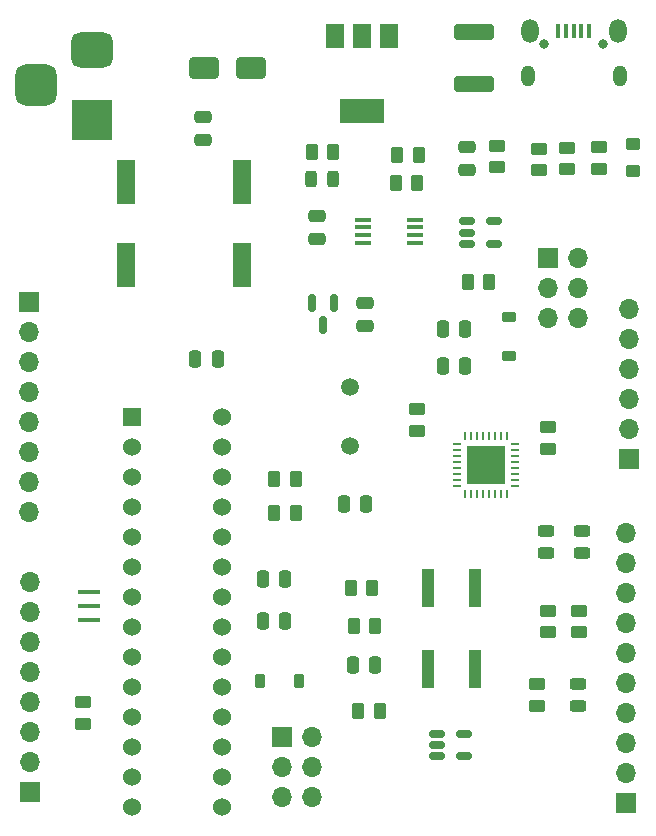
<source format=gbr>
%TF.GenerationSoftware,KiCad,Pcbnew,7.0.6*%
%TF.CreationDate,2024-03-19T20:52:53+13:00*%
%TF.ProjectId,Arduino Uno R3,41726475-696e-46f2-9055-6e6f2052332e,rev?*%
%TF.SameCoordinates,Original*%
%TF.FileFunction,Soldermask,Top*%
%TF.FilePolarity,Negative*%
%FSLAX46Y46*%
G04 Gerber Fmt 4.6, Leading zero omitted, Abs format (unit mm)*
G04 Created by KiCad (PCBNEW 7.0.6) date 2024-03-19 20:52:53*
%MOMM*%
%LPD*%
G01*
G04 APERTURE LIST*
G04 Aperture macros list*
%AMRoundRect*
0 Rectangle with rounded corners*
0 $1 Rounding radius*
0 $2 $3 $4 $5 $6 $7 $8 $9 X,Y pos of 4 corners*
0 Add a 4 corners polygon primitive as box body*
4,1,4,$2,$3,$4,$5,$6,$7,$8,$9,$2,$3,0*
0 Add four circle primitives for the rounded corners*
1,1,$1+$1,$2,$3*
1,1,$1+$1,$4,$5*
1,1,$1+$1,$6,$7*
1,1,$1+$1,$8,$9*
0 Add four rect primitives between the rounded corners*
20,1,$1+$1,$2,$3,$4,$5,0*
20,1,$1+$1,$4,$5,$6,$7,0*
20,1,$1+$1,$6,$7,$8,$9,0*
20,1,$1+$1,$8,$9,$2,$3,0*%
G04 Aperture macros list end*
%ADD10R,1.905000X0.406400*%
%ADD11RoundRect,0.250000X-0.450000X0.262500X-0.450000X-0.262500X0.450000X-0.262500X0.450000X0.262500X0*%
%ADD12RoundRect,0.150000X-0.150000X0.587500X-0.150000X-0.587500X0.150000X-0.587500X0.150000X0.587500X0*%
%ADD13C,1.500000*%
%ADD14R,1.524000X1.524000*%
%ADD15C,1.524000*%
%ADD16R,0.799999X0.250000*%
%ADD17R,0.250000X0.799999*%
%ADD18R,3.250001X3.250001*%
%ADD19RoundRect,0.150000X-0.512500X-0.150000X0.512500X-0.150000X0.512500X0.150000X-0.512500X0.150000X0*%
%ADD20R,1.500000X2.000000*%
%ADD21R,3.800000X2.000000*%
%ADD22R,0.990600X3.200400*%
%ADD23RoundRect,0.250000X0.262500X0.450000X-0.262500X0.450000X-0.262500X-0.450000X0.262500X-0.450000X0*%
%ADD24RoundRect,0.250000X-0.262500X-0.450000X0.262500X-0.450000X0.262500X0.450000X-0.262500X0.450000X0*%
%ADD25RoundRect,0.250000X0.450000X-0.262500X0.450000X0.262500X-0.450000X0.262500X-0.450000X-0.262500X0*%
%ADD26R,1.700000X1.700000*%
%ADD27O,1.700000X1.700000*%
%ADD28O,1.150000X1.800000*%
%ADD29O,1.450000X2.000000*%
%ADD30R,0.450000X1.300000*%
%ADD31O,0.800000X0.800000*%
%ADD32RoundRect,0.875000X-0.875000X0.875000X-0.875000X-0.875000X0.875000X-0.875000X0.875000X0.875000X0*%
%ADD33RoundRect,0.750000X-1.000000X0.750000X-1.000000X-0.750000X1.000000X-0.750000X1.000000X0.750000X0*%
%ADD34R,3.500000X3.500000*%
%ADD35R,1.327899X0.431000*%
%ADD36RoundRect,0.250000X0.350000X-0.275000X0.350000X0.275000X-0.350000X0.275000X-0.350000X-0.275000X0*%
%ADD37RoundRect,0.250000X-1.450000X0.400000X-1.450000X-0.400000X1.450000X-0.400000X1.450000X0.400000X0*%
%ADD38RoundRect,0.225000X0.225000X0.375000X-0.225000X0.375000X-0.225000X-0.375000X0.225000X-0.375000X0*%
%ADD39RoundRect,0.243750X-0.456250X0.243750X-0.456250X-0.243750X0.456250X-0.243750X0.456250X0.243750X0*%
%ADD40RoundRect,0.225000X-0.375000X0.225000X-0.375000X-0.225000X0.375000X-0.225000X0.375000X0.225000X0*%
%ADD41RoundRect,0.243750X-0.243750X-0.456250X0.243750X-0.456250X0.243750X0.456250X-0.243750X0.456250X0*%
%ADD42RoundRect,0.250000X1.000000X0.650000X-1.000000X0.650000X-1.000000X-0.650000X1.000000X-0.650000X0*%
%ADD43RoundRect,0.250000X-0.250000X-0.475000X0.250000X-0.475000X0.250000X0.475000X-0.250000X0.475000X0*%
%ADD44RoundRect,0.250000X0.250000X0.475000X-0.250000X0.475000X-0.250000X-0.475000X0.250000X-0.475000X0*%
%ADD45RoundRect,0.250000X0.475000X-0.250000X0.475000X0.250000X-0.475000X0.250000X-0.475000X-0.250000X0*%
%ADD46RoundRect,0.250000X-0.475000X0.250000X-0.475000X-0.250000X0.475000X-0.250000X0.475000X0.250000X0*%
%ADD47R,1.492199X3.752799*%
G04 APERTURE END LIST*
D10*
%TO.C,Y2*%
X140335000Y-95180000D03*
X140335000Y-93980000D03*
X140335000Y-92780000D03*
%TD*%
D11*
%TO.C,R8*%
X179197000Y-78820000D03*
X179197000Y-80645000D03*
%TD*%
D12*
%TO.C,Q1*%
X161097000Y-68277500D03*
X159197000Y-68277500D03*
X160147000Y-70152500D03*
%TD*%
D13*
%TO.C,Y3*%
X162433000Y-80438000D03*
X162433000Y-75438000D03*
%TD*%
D14*
%TO.C,U7*%
X144018000Y-77978000D03*
D15*
X144018000Y-80518000D03*
X144018000Y-83058000D03*
X144018000Y-85598000D03*
X144018000Y-88138000D03*
X144018000Y-90678000D03*
X144018000Y-93218000D03*
X144018000Y-95758000D03*
X144018000Y-98298000D03*
X144018000Y-100838000D03*
X144018000Y-103378000D03*
X144018000Y-105918000D03*
X144018000Y-108458000D03*
X144018000Y-110998000D03*
X151638000Y-110998000D03*
X151638000Y-108458000D03*
X151638000Y-105918000D03*
X151638000Y-103378000D03*
X151638000Y-100838000D03*
X151638000Y-98298000D03*
X151638000Y-95758000D03*
X151638000Y-93218000D03*
X151638000Y-90678000D03*
X151638000Y-88138000D03*
X151638000Y-85598000D03*
X151638000Y-83058000D03*
X151638000Y-80518000D03*
X151638000Y-77978000D03*
%TD*%
D16*
%TO.C,U5*%
X171503000Y-80272001D03*
X171503000Y-80772000D03*
X171503000Y-81271999D03*
X171503000Y-81772000D03*
X171503000Y-82272000D03*
X171503000Y-82772001D03*
X171503000Y-83272000D03*
X171503000Y-83771999D03*
D17*
X172203001Y-84472000D03*
X172703000Y-84472000D03*
X173202999Y-84472000D03*
X173703000Y-84472000D03*
X174203000Y-84472000D03*
X174703001Y-84472000D03*
X175203000Y-84472000D03*
X175702999Y-84472000D03*
D16*
X176403000Y-83771999D03*
X176403000Y-83272000D03*
X176403000Y-82772001D03*
X176403000Y-82272000D03*
X176403000Y-81772000D03*
X176403000Y-81271999D03*
X176403000Y-80772000D03*
X176403000Y-80272001D03*
D17*
X175702999Y-79572000D03*
X175203000Y-79572000D03*
X174703001Y-79572000D03*
X174203000Y-79572000D03*
X173703000Y-79572000D03*
X173202999Y-79572000D03*
X172703000Y-79572000D03*
X172203001Y-79572000D03*
D18*
X173953000Y-82022000D03*
%TD*%
D19*
%TO.C,U4*%
X172344500Y-61407000D03*
X172344500Y-62357000D03*
X172344500Y-63307000D03*
X174619500Y-63307000D03*
X174619500Y-61407000D03*
%TD*%
%TO.C,U2*%
X172079500Y-104775000D03*
X172079500Y-106675000D03*
X169804500Y-106675000D03*
X169804500Y-105725000D03*
X169804500Y-104775000D03*
%TD*%
D20*
%TO.C,U1*%
X165774000Y-45745000D03*
D21*
X163474000Y-52045000D03*
D20*
X163474000Y-45745000D03*
X161174000Y-45745000D03*
%TD*%
D22*
%TO.C,S1*%
X173069001Y-92485002D03*
X169068999Y-92485002D03*
X169068999Y-99284998D03*
X173069001Y-99284998D03*
%TD*%
D11*
%TO.C,RV2*%
X180848000Y-55165000D03*
X180848000Y-56990000D03*
%TD*%
%TO.C,RV1*%
X178435000Y-55245000D03*
X178435000Y-57070000D03*
%TD*%
D23*
%TO.C,R17*%
X157861000Y-86135000D03*
X156036000Y-86135000D03*
%TD*%
%TO.C,R16*%
X157861000Y-83185000D03*
X156036000Y-83185000D03*
%TD*%
D24*
%TO.C,R15*%
X162513000Y-92456000D03*
X164338000Y-92456000D03*
%TD*%
%TO.C,R14*%
X162767000Y-95631000D03*
X164592000Y-95631000D03*
%TD*%
%TO.C,R13*%
X163148000Y-102870000D03*
X164973000Y-102870000D03*
%TD*%
D25*
%TO.C,R12*%
X139827000Y-103933000D03*
X139827000Y-102108000D03*
%TD*%
%TO.C,R11*%
X168124500Y-79144500D03*
X168124500Y-77319500D03*
%TD*%
%TO.C,R10*%
X179197000Y-96186000D03*
X179197000Y-94361000D03*
%TD*%
%TO.C,R9*%
X181864000Y-96186000D03*
X181864000Y-94361000D03*
%TD*%
D24*
%TO.C,R7*%
X172419000Y-66548000D03*
X174244000Y-66548000D03*
%TD*%
D11*
%TO.C,R6*%
X174879000Y-54991000D03*
X174879000Y-56816000D03*
%TD*%
%TO.C,R5*%
X183515000Y-55118000D03*
X183515000Y-56943000D03*
%TD*%
%TO.C,R4*%
X178308000Y-100584000D03*
X178308000Y-102409000D03*
%TD*%
D23*
%TO.C,R3*%
X168148000Y-58166000D03*
X166323000Y-58166000D03*
%TD*%
D24*
%TO.C,R2*%
X166450000Y-55753000D03*
X168275000Y-55753000D03*
%TD*%
%TO.C,R1*%
X159211000Y-55499000D03*
X161036000Y-55499000D03*
%TD*%
D26*
%TO.C,J8*%
X135382000Y-109728000D03*
D27*
X135382000Y-107188000D03*
X135382000Y-104648000D03*
X135382000Y-102108000D03*
X135382000Y-99568000D03*
X135382000Y-97028000D03*
X135382000Y-94488000D03*
X135382000Y-91948000D03*
%TD*%
%TO.C,J7*%
X185801000Y-87757000D03*
X185801000Y-90297000D03*
X185801000Y-92837000D03*
X185801000Y-95377000D03*
X185801000Y-97917000D03*
X185801000Y-100457000D03*
X185801000Y-102997000D03*
X185801000Y-105537000D03*
X185801000Y-108077000D03*
D26*
X185801000Y-110617000D03*
%TD*%
%TO.C,J6*%
X186055000Y-81534000D03*
D27*
X186055000Y-78994000D03*
X186055000Y-76454000D03*
X186055000Y-73914000D03*
X186055000Y-71374000D03*
X186055000Y-68834000D03*
%TD*%
D26*
%TO.C,J5*%
X135255000Y-68199000D03*
D27*
X135255000Y-70739000D03*
X135255000Y-73279000D03*
X135255000Y-75819000D03*
X135255000Y-78359000D03*
X135255000Y-80899000D03*
X135255000Y-83439000D03*
X135255000Y-85979000D03*
%TD*%
D26*
%TO.C,J4*%
X156718000Y-105029000D03*
D27*
X159258000Y-105029000D03*
X156718000Y-107569000D03*
X159258000Y-107569000D03*
X156718000Y-110109000D03*
X159258000Y-110109000D03*
%TD*%
D26*
%TO.C,J3*%
X179197000Y-64516000D03*
D27*
X181737000Y-64516000D03*
X179197000Y-67056000D03*
X181737000Y-67056000D03*
X179197000Y-69596000D03*
X181737000Y-69596000D03*
%TD*%
D28*
%TO.C,J2*%
X185271000Y-49105000D03*
X177521000Y-49105000D03*
D29*
X185121000Y-45305000D03*
X177671000Y-45305000D03*
D30*
X182696000Y-45255000D03*
X182046000Y-45255000D03*
X181396000Y-45255000D03*
X180746000Y-45255000D03*
X180096000Y-45255000D03*
D31*
X183896000Y-46355000D03*
X178896000Y-46355000D03*
%TD*%
D32*
%TO.C,J1*%
X135889000Y-49863000D03*
D33*
X140589000Y-46863000D03*
D34*
X140589000Y-52863000D03*
%TD*%
D35*
%TO.C,IC1*%
X167948348Y-63204999D03*
X167948348Y-62555001D03*
X167948348Y-61904999D03*
X167948348Y-61255001D03*
X163521652Y-61255001D03*
X163521652Y-61904999D03*
X163521652Y-62555001D03*
X163521652Y-63204999D03*
%TD*%
D36*
%TO.C,FB1*%
X186436000Y-57164000D03*
X186436000Y-54864000D03*
%TD*%
D37*
%TO.C,F2*%
X172974000Y-45339000D03*
X172974000Y-49789000D03*
%TD*%
D38*
%TO.C,D8*%
X158114000Y-100330000D03*
X154814000Y-100330000D03*
%TD*%
D39*
%TO.C,D6*%
X179070000Y-87630000D03*
X179070000Y-89505000D03*
%TD*%
%TO.C,D5*%
X182118000Y-87630000D03*
X182118000Y-89505000D03*
%TD*%
D40*
%TO.C,D4*%
X175895000Y-69469000D03*
X175895000Y-72769000D03*
%TD*%
D39*
%TO.C,D3*%
X181737000Y-100584000D03*
X181737000Y-102459000D03*
%TD*%
D41*
%TO.C,D2*%
X159161000Y-57785000D03*
X161036000Y-57785000D03*
%TD*%
D42*
%TO.C,D1*%
X154051000Y-48387000D03*
X150051000Y-48387000D03*
%TD*%
D43*
%TO.C,C13*%
X155067000Y-95250000D03*
X156967000Y-95250000D03*
%TD*%
%TO.C,C12*%
X162692000Y-98933000D03*
X164592000Y-98933000D03*
%TD*%
%TO.C,C11*%
X155072000Y-91694000D03*
X156972000Y-91694000D03*
%TD*%
D44*
%TO.C,C10*%
X151257000Y-73025000D03*
X149357000Y-73025000D03*
%TD*%
D43*
%TO.C,C9*%
X161930000Y-85344000D03*
X163830000Y-85344000D03*
%TD*%
%TO.C,C8*%
X170312000Y-73660000D03*
X172212000Y-73660000D03*
%TD*%
%TO.C,C7*%
X170312000Y-70485000D03*
X172212000Y-70485000D03*
%TD*%
D45*
%TO.C,C6*%
X172339000Y-57018000D03*
X172339000Y-55118000D03*
%TD*%
D46*
%TO.C,C5*%
X163703000Y-70226000D03*
X163703000Y-68326000D03*
%TD*%
D45*
%TO.C,C4*%
X159639000Y-62860000D03*
X159639000Y-60960000D03*
%TD*%
D46*
%TO.C,C3*%
X149987000Y-52578000D03*
X149987000Y-54478000D03*
%TD*%
D47*
%TO.C,C2*%
X153289000Y-58039000D03*
X153289000Y-65090600D03*
%TD*%
%TO.C,C1*%
X143510000Y-58039000D03*
X143510000Y-65090600D03*
%TD*%
M02*

</source>
